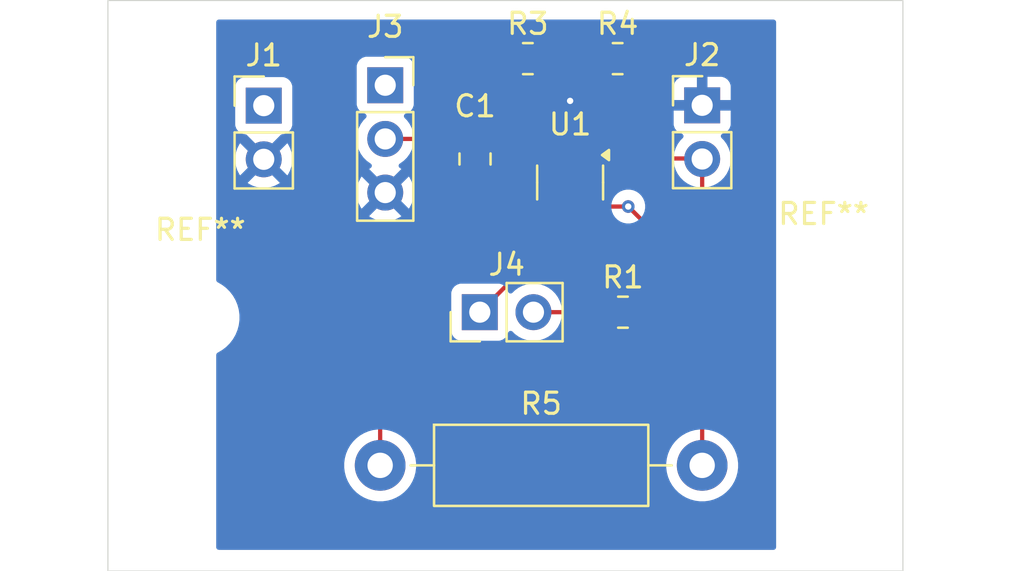
<source format=kicad_pcb>
(kicad_pcb (version 20241229) (generator "pcbnew") (generator_version "9.0")
  (layers (0 "F.Cu" signal) (4 "In1.Cu" signal) (6 "In2.Cu" signal) (2 "B.Cu" signal) (13 "F.Paste" user) (15 "B.Paste" user) (5 "F.SilkS" user "F.Silkscreen") (7 "B.SilkS" user "B.Silkscreen") (1 "F.Mask" user) (3 "B.Mask" user) (25 "Edge.Cuts" user))
  (net 0 "")
  (net 1 "Net-(U1--)")
  (net 2 "+6V")
  (net 3 "GND")
  (net 4 "12V")
  (net 5 "Net-(J2-Pin_2)")
  (net 6 "Net-(U1-+)")
  (net 7 "Net-(J4-Pin_2)")
  (net 8 "Net-(J4-Pin_1)")
  (footprint "Resistor_SMD:R_0805_2012Metric" (layer "F.Cu") (at 36.5 16.75)
    (property "Reference" "R4" (at 0 -1.65 0) (layer "F.SilkS"))
    (property "Value" "33k")
    (fp_line (start -0.227064 -0.735) (end 0.227064 -0.735) (stroke (width 0.12)) (layer "F.SilkS"))
    (fp_line (start -0.227064 0.735) (end 0.227064 0.735) (stroke (width 0.12)) (layer "F.SilkS"))
    (pad "1" smd roundrect (at -0.9125 0) (size 1.025 1.4) (layers "F.Cu" "F.Mask" "F.Paste") (roundrect_rratio 0.243902) (net 6 "Net-(U1-+)"))
    (pad "2" smd roundrect (at 0.9125 0) (size 1.025 1.4) (layers "F.Cu" "F.Mask" "F.Paste") (roundrect_rratio 0.243902) (net 5 "Net-(J2-Pin_2)"))
  )
  (footprint "Connector_PinSocket_2.54mm:PinSocket_1x03_P2.54mm_Vertical" (layer "F.Cu") (at 25.5 18.01)
    (property "Reference" "J3" (at 0 -2.77 0) (layer "F.SilkS"))
    (property "Value" "POTENTIOMETE")
    (fp_line (start -1.33 1.27) (end -1.33 6.41) (stroke (width 0.12)) (layer "F.SilkS"))
    (fp_line (start -1.33 1.27) (end 1.33 1.27) (stroke (width 0.12)) (layer "F.SilkS"))
    (fp_line (start -1.33 6.41) (end 1.33 6.41) (stroke (width 0.12)) (layer "F.SilkS"))
    (fp_line (start 0 -1.33) (end 1.33 -1.33) (stroke (width 0.12)) (layer "F.SilkS"))
    (fp_line (start 1.33 -1.33) (end 1.33 0) (stroke (width 0.12)) (layer "F.SilkS"))
    (fp_line (start 1.33 1.27) (end 1.33 6.41) (stroke (width 0.12)) (layer "F.SilkS"))
    (pad "1" thru_hole rect (at 0 0) (size 1.7 1.7) (drill 1) (layers "*.Cu" "*.Mask") (net 4 "12V"))
    (pad "2" thru_hole circle (at 0 2.54) (size 1.7 1.7) (drill 1) (layers "*.Cu" "*.Mask") (net 2 "+6V"))
    (pad "3" thru_hole circle (at 0 5.08) (size 1.7 1.7) (drill 1) (layers "*.Cu" "*.Mask") (net 3 "GND"))
  )
  (footprint "Resistor_THT:R_Axial_DIN0411_L9.9mm_D3.6mm_P15.24mm_Horizontal" (layer "F.Cu") (at 25.26 36)
    (property "Reference" "R5" (at 7.62 -2.92 0) (layer "F.SilkS"))
    (property "Value" "1k")
    (fp_line (start 1.44 0) (end 2.55 0) (stroke (width 0.12)) (layer "F.SilkS"))
    (fp_line (start 13.8 0) (end 12.69 0) (stroke (width 0.12)) (layer "F.SilkS"))
    (fp_rect (start 2.55 -1.92) (end 12.69 1.92) (stroke (width 0.12)) (fill no) (layer "F.SilkS"))
    (pad "1" thru_hole circle (at 0 0) (size 2.4 2.4) (drill 1.2) (layers "*.Cu" "*.Mask") (net 1 "Net-(U1--)"))
    (pad "2" thru_hole circle (at 15.24 0) (size 2.4 2.4) (drill 1.2) (layers "*.Cu" "*.Mask") (net 5 "Net-(J2-Pin_2)"))
  )
  (footprint "Connector_PinHeader_2.54mm:PinHeader_1x02_P2.54mm_Vertical" (layer "F.Cu") (at 19.75 18.975)
    (property "Reference" "J1" (at 0 -2.38 0) (layer "F.SilkS"))
    (property "Value" "12 vin")
    (fp_line (start -1.38 -1.38) (end 0 -1.38) (stroke (width 0.12)) (layer "F.SilkS"))
    (fp_line (start -1.38 0) (end -1.38 -1.38) (stroke (width 0.12)) (layer "F.SilkS"))
    (fp_line (start -1.38 1.27) (end -1.38 3.92) (stroke (width 0.12)) (layer "F.SilkS"))
    (fp_line (start -1.38 1.27) (end 1.38 1.27) (stroke (width 0.12)) (layer "F.SilkS"))
    (fp_line (start -1.38 3.92) (end 1.38 3.92) (stroke (width 0.12)) (layer "F.SilkS"))
    (fp_line (start 1.38 1.27) (end 1.38 3.92) (stroke (width 0.12)) (layer "F.SilkS"))
    (pad "1" thru_hole rect (at 0 0) (size 1.7 1.7) (drill 1) (layers "*.Cu" "*.Mask") (net 4 "12V"))
    (pad "2" thru_hole circle (at 0 2.54) (size 1.7 1.7) (drill 1) (layers "*.Cu" "*.Mask") (net 3 "GND"))
  )
  (footprint "Package_TO_SOT_SMD:SOT-23-6" (layer "F.Cu") (at 34.25 22.6125 -90)
    (property "Reference" "U1" (at -2.75 0 180) (layer "F.SilkS"))
    (property "Value" "ADA4807-1")
    (fp_line (start 0 1.56) (end -0.8 1.56) (stroke (width 0.12)) (layer "F.SilkS"))
    (fp_line (start 0 1.56) (end 0.8 1.56) (stroke (width 0.12)) (layer "F.SilkS"))
    (fp_line (start 0 -1.56) (end -0.8 -1.56) (stroke (width 0.12)) (layer "F.SilkS"))
    (fp_line (start 0 -1.56) (end 0.8 -1.56) (stroke (width 0.12)) (layer "F.SilkS"))
    (fp_poly (pts (xy -1.3 -1.51) (xy -1.54 -1.84) (xy -1.06 -1.84)) (stroke (width 0.12)) (fill yes) (layer "F.SilkS"))
    (pad "1" smd roundrect (at -1.1375 -0.95 270) (size 1.325 0.6) (layers "F.Cu" "F.Mask" "F.Paste") (net 5 "Net-(J2-Pin_2)"))
    (pad "2" smd roundrect (at -1.1375 0 270) (size 1.325 0.6) (layers "F.Cu" "F.Mask" "F.Paste") (net 3 "GND"))
    (pad "3" smd roundrect (at -1.1375 0.95 270) (size 1.325 0.6) (layers "F.Cu" "F.Mask" "F.Paste") (net 6 "Net-(U1-+)"))
    (pad "4" smd roundrect (at 1.1375 0.95 270) (size 1.325 0.6) (layers "F.Cu" "F.Mask" "F.Paste") (net 1 "Net-(U1--)"))
    (pad "5" smd roundrect (at 1.1375 0 270) (size 1.325 0.6) (layers "F.Cu" "F.Mask" "F.Paste") (net 8 "Net-(J4-Pin_1)"))
    (pad "6" smd roundrect (at 1.1375 -0.95 270) (size 1.325 0.6) (layers "F.Cu" "F.Mask" "F.Paste") (net 4 "12V"))
  )
  (footprint "Resistor_SMD:R_0805_2012Metric" (layer "F.Cu") (at 32.25 16.75)
    (property "Reference" "R3" (at 0 -1.65 0) (layer "F.SilkS"))
    (property "Value" "33k")
    (fp_line (start -0.227064 -0.735) (end 0.227064 -0.735) (stroke (width 0.12)) (layer "F.SilkS"))
    (fp_line (start -0.227064 0.735) (end 0.227064 0.735) (stroke (width 0.12)) (layer "F.SilkS"))
    (pad "1" smd roundrect (at -0.9125 0) (size 1.025 1.4) (layers "F.Cu" "F.Mask" "F.Paste") (roundrect_rratio 0.243902) (net 2 "+6V"))
    (pad "2" smd roundrect (at 0.9125 0) (size 1.025 1.4) (layers "F.Cu" "F.Mask" "F.Paste") (roundrect_rratio 0.243902) (net 6 "Net-(U1-+)"))
  )
  (footprint "Connector_PinHeader_2.54mm:PinHeader_1x02_P2.54mm_Vertical" (layer "F.Cu") (at 29.975 28.75 90)
    (property "Reference" "J4" (at 2.25 1.275 0) (layer "F.SilkS"))
    (property "Value" "for jumper")
    (fp_line (start -1.38 -1.38) (end 0 -1.38) (stroke (width 0.12)) (layer "F.SilkS"))
    (fp_line (start -1.38 0) (end -1.38 -1.38) (stroke (width 0.12)) (layer "F.SilkS"))
    (fp_line (start 1.38 1.27) (end 1.38 3.92) (stroke (width 0.12)) (layer "F.SilkS"))
    (fp_line (start -1.38 1.27) (end 1.38 1.27) (stroke (width 0.12)) (layer "F.SilkS"))
    (fp_line (start -1.38 1.27) (end -1.38 3.92) (stroke (width 0.12)) (layer "F.SilkS"))
    (fp_line (start -1.38 3.92) (end 1.38 3.92) (stroke (width 0.12)) (layer "F.SilkS"))
    (pad "1" thru_hole rect (at 0 0 90) (size 1.7 1.7) (drill 1) (layers "*.Cu" "*.Mask") (net 8 "Net-(J4-Pin_1)"))
    (pad "2" thru_hole circle (at 0 2.54 90) (size 1.7 1.7) (drill 1) (layers "*.Cu" "*.Mask") (net 7 "Net-(J4-Pin_2)"))
  )
  (footprint "MountingHole:MountingHole_3.2mm_M3" (layer "F.Cu") (at 16.75 29)
    (property "Reference" "REF**" (at 0 -4.15 0) (layer "F.SilkS"))
    (property "Value" "MountingHole_3.2mm_M3")
    (pad "" np_thru_hole circle (at 0 0) (size 3.2 3.2) (drill 3.2) (layers "*.Cu" "*.Mask"))
  )
  (footprint "MountingHole:MountingHole_3.2mm_M3" (layer "F.Cu") (at 46.25 28.25)
    (property "Reference" "REF**" (at 0 -4.15 0) (layer "F.SilkS"))
    (property "Value" "MountingHole_3.2mm_M3")
    (pad "" np_thru_hole circle (at 0 0) (size 3.2 3.2) (drill 3.2) (layers "*.Cu" "*.Mask"))
  )
  (footprint "Connector_PinHeader_2.54mm:PinHeader_1x02_P2.54mm_Vertical" (layer "F.Cu") (at 40.5 18.96)
    (property "Reference" "J2" (at 0 -2.38 0) (layer "F.SilkS"))
    (property "Value" "OUT PWM")
    (fp_line (start -1.38 -1.38) (end 0 -1.38) (stroke (width 0.12)) (layer "F.SilkS"))
    (fp_line (start -1.38 0) (end -1.38 -1.38) (stroke (width 0.12)) (layer "F.SilkS"))
    (fp_line (start -1.38 1.27) (end -1.38 3.92) (stroke (width 0.12)) (layer "F.SilkS"))
    (fp_line (start -1.38 1.27) (end 1.38 1.27) (stroke (width 0.12)) (layer "F.SilkS"))
    (fp_line (start -1.38 3.92) (end 1.38 3.92) (stroke (width 0.12)) (layer "F.SilkS"))
    (fp_line (start 1.38 1.27) (end 1.38 3.92) (stroke (width 0.12)) (layer "F.SilkS"))
    (pad "1" thru_hole rect (at 0 0) (size 1.7 1.7) (drill 1) (layers "*.Cu" "*.Mask") (net 3 "GND"))
    (pad "2" thru_hole circle (at 0 2.54) (size 1.7 1.7) (drill 1) (layers "*.Cu" "*.Mask") (net 5 "Net-(J2-Pin_2)"))
  )
  (footprint "Capacitor_SMD:C_0805_2012Metric" (layer "F.Cu") (at 29.75 21.5 90)
    (property "Reference" "C1" (at 2.5 0 180) (layer "F.SilkS"))
    (property "Value" "1u")
    (fp_line (start -0.261252 -0.735) (end 0.261252 -0.735) (stroke (width 0.12)) (layer "F.SilkS"))
    (fp_line (start -0.261252 0.735) (end 0.261252 0.735) (stroke (width 0.12)) (layer "F.SilkS"))
    (pad "1" smd roundrect (at -0.95 0 90) (size 1 1.45) (layers "F.Cu" "F.Mask" "F.Paste") (net 1 "Net-(U1--)"))
    (pad "2" smd roundrect (at 0.95 0 90) (size 1 1.45) (layers "F.Cu" "F.Mask" "F.Paste") (net 2 "+6V"))
  )
  (footprint "Resistor_SMD:R_0805_2012Metric" (layer "F.Cu") (at 36.75 28.75)
    (property "Reference" "R1" (at 0 -1.65 0) (layer "F.SilkS"))
    (property "Value" "10k")
    (fp_line (start -0.227064 -0.735) (end 0.227064 -0.735) (stroke (width 0.12)) (layer "F.SilkS"))
    (fp_line (start -0.227064 0.735) (end 0.227064 0.735) (stroke (width 0.12)) (layer "F.SilkS"))
    (pad "1" smd roundrect (at -0.9125 0) (size 1.025 1.4) (layers "F.Cu" "F.Mask" "F.Paste") (roundrect_rratio 0.243902) (net 7 "Net-(J4-Pin_2)"))
    (pad "2" smd roundrect (at 0.9125 0) (size 1.025 1.4) (layers "F.Cu" "F.Mask" "F.Paste") (roundrect_rratio 0.243902) (net 4 "12V"))
  )
  (gr_rect (start 12.375 14) (end 50 41) (stroke (width 0.05)) (fill no) (layer "Edge.Cuts"))
  (segment (start 28.7875 23.4125) (end 29.75 22.45) (width 0.2) (layer "F.Cu") (net 1))
  (segment (start 25.26 36) (end 25.26 27.49) (width 0.2) (layer "F.Cu") (net 1))
  (segment (start 31.25 23.95) (end 31.25 23.9625) (width 0.2) (layer "F.Cu") (net 1))
  (segment (start 33.3 23.9625) (end 31.25 23.9625) (width 0.2) (layer "F.Cu") (net 1))
  (segment (start 28.7875 23.9625) (end 28.7875 23.4125) (width 0.2) (layer "F.Cu") (net 1))
  (segment (start 25.26 27.49) (end 28.7875 23.9625) (width 0.2) (layer "F.Cu") (net 1))
  (segment (start 28.7875 23.9625) (end 31.25 23.9625) (width 0.2) (layer "F.Cu") (net 1))
  (segment (start 29.75 18.3375) (end 31.3375 16.75) (width 0.2) (layer "F.Cu") (net 2))
  (segment (start 25.5 20.55) (end 29.75 20.55) (width 0.2) (layer "F.Cu") (net 2))
  (segment (start 29.75 20.55) (end 29.75 18.3375) (width 0.2) (layer "F.Cu") (net 2))
  (segment (start 34.25 21.475) (end 34.25 18.75) (width 0.2) (layer "F.Cu") (net 3))
  (via (at 34.25 18.75) (size 0.6) (drill 0.3) (layers "F.Cu" "B.Cu") (net 3))
  (segment (start 35.2 23.75) (end 37 23.75) (width 0.2) (layer "F.Cu") (net 4))
  (segment (start 37.6625 28.75) (end 37.6625 24.4125) (width 0.2) (layer "F.Cu") (net 4))
  (segment (start 37.6625 24.4125) (end 37 23.75) (width 0.2) (layer "F.Cu") (net 4))
  (via (at 37 23.75) (size 0.6) (drill 0.3) (layers "F.Cu" "B.Cu") (net 4))
  (segment (start 35.2 21.475) (end 36.275 21.475) (width 0.2) (layer "F.Cu") (net 5))
  (segment (start 40.5 21.5) (end 40.5 36) (width 0.2) (layer "F.Cu") (net 5))
  (segment (start 37.45 16.7875) (end 37.4125 16.75) (width 0.2) (layer "F.Cu") (net 5))
  (segment (start 36.275 21.475) (end 37.45 20.3) (width 0.2) (layer "F.Cu") (net 5))
  (segment (start 40.225 21.475) (end 36.275 21.475) (width 0.2) (layer "F.Cu") (net 5))
  (segment (start 40.4125 21.6625) (end 40.225 21.475) (width 0.2) (layer "F.Cu") (net 5))
  (segment (start 37.45 20.3) (end 37.45 16.7875) (width 0.2) (layer "F.Cu") (net 5))
  (segment (start 33.3 21.475) (end 33.3 16.8875) (width 0.2) (layer "F.Cu") (net 6))
  (segment (start 33.1625 16.75) (end 35.5875 16.75) (width 0.2) (layer "F.Cu") (net 6))
  (segment (start 33.3 16.8875) (end 33.1625 16.75) (width 0.2) (layer "F.Cu") (net 6))
  (segment (start 32.515 28.75) (end 35.8375 28.75) (width 0.2) (layer "F.Cu") (net 7))
  (segment (start 34.25 24.475) (end 34.25 23.75) (width 0.2) (layer "F.Cu") (net 8))
  (segment (start 29.975 28.75) (end 34.25 24.475) (width 0.2) (layer "F.Cu") (net 8))
  (zone (net 3) (net_name "GND") (layer "B.Cu") (priority 2) (connect_pads (clearance 0.5)) (min_thickness 0.25) (fill yes (thermal_gap 0.5) (thermal_bridge_width 0.5))
    (polygon (pts (xy 17.5 14.9) (xy 17.5 40) (xy 44 40) (xy 44 14.9)))
  )
)
</source>
